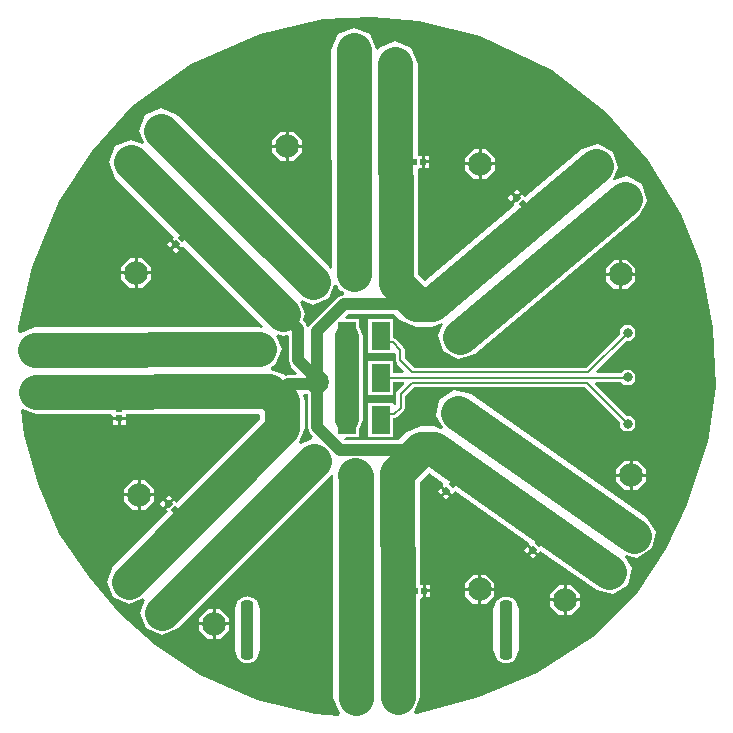
<source format=gtl>
G04*
G04 #@! TF.GenerationSoftware,Altium Limited,Altium Designer,23.1.1 (15)*
G04*
G04 Layer_Physical_Order=1*
G04 Layer_Color=255*
%FSLAX44Y44*%
%MOMM*%
G71*
G04*
G04 #@! TF.SameCoordinates,B2BF10F3-798A-46CE-9BF2-DF2D7B13E792*
G04*
G04*
G04 #@! TF.FilePolarity,Positive*
G04*
G01*
G75*
%ADD10C,1.0000*%
%ADD12C,0.2000*%
%ADD14P,0.7354X4X270.0*%
%ADD15R,0.5200X0.5200*%
%ADD16P,0.7354X4X360.0*%
%ADD17R,0.5200X0.5200*%
%ADD18R,1.6000X2.4000*%
%ADD20C,3.0000*%
%ADD22C,2.0000*%
%ADD23C,0.8000*%
%ADD24C,2.0000*%
G04:AMPARAMS|DCode=25|XSize=5mm|YSize=1mm|CornerRadius=0.25mm|HoleSize=0mm|Usage=FLASHONLY|Rotation=270.000|XOffset=0mm|YOffset=0mm|HoleType=Round|Shape=RoundedRectangle|*
%AMROUNDEDRECTD25*
21,1,5.0000,0.5000,0,0,270.0*
21,1,4.5000,1.0000,0,0,270.0*
1,1,0.5000,-0.2500,-2.2500*
1,1,0.5000,-0.2500,2.2500*
1,1,0.5000,0.2500,2.2500*
1,1,0.5000,0.2500,-2.2500*
%
%ADD25ROUNDEDRECTD25*%
G36*
X773388Y893385D02*
X777580Y891660D01*
X777582Y889496D01*
X772620Y887441D01*
X749557Y864378D01*
X748748Y862424D01*
X746583D01*
X745043Y866141D01*
X742981Y868203D01*
X745161Y873466D01*
X740990Y883536D01*
X742404Y884950D01*
X751576Y881151D01*
X765001Y886712D01*
X769488Y897544D01*
X771653Y897547D01*
X773388Y893385D01*
D02*
G37*
G36*
X841411Y1121392D02*
X893481Y1108692D01*
X954441Y1079482D01*
X1000161Y1043922D01*
X1035721Y1003282D01*
X1063661Y957562D01*
X1080171Y915652D01*
X1090331Y861042D01*
X1092871Y811512D01*
X1086521Y764522D01*
X1068741Y711182D01*
X1050961Y674352D01*
X1026831Y637522D01*
X988731Y599422D01*
X941741Y568942D01*
X892211Y548622D01*
X840141Y534652D01*
X838529Y534567D01*
X837383Y536510D01*
X842580Y549138D01*
X842433Y614690D01*
X842394Y632254D01*
X843806Y633670D01*
X844740D01*
Y638810D01*
Y643950D01*
X842368D01*
X842172Y731100D01*
X849913Y738841D01*
X861728Y730569D01*
X861892Y728012D01*
X861836Y727955D01*
X865470Y724321D01*
X869105Y720686D01*
X871879Y723460D01*
X934404Y679680D01*
X934486Y678741D01*
X938694Y674534D01*
X942328Y670899D01*
X944229Y672801D01*
X991857Y639451D01*
X1006043Y636306D01*
X1018298Y644114D01*
X1021443Y658300D01*
X1015586Y667492D01*
X1016734Y669131D01*
X1026426Y666982D01*
X1038680Y674789D01*
X1041826Y688975D01*
X1034018Y701230D01*
X885212Y805426D01*
X871026Y808571D01*
X858771Y800763D01*
X855626Y786577D01*
X861482Y777385D01*
X860335Y775747D01*
X859234Y775991D01*
X853939Y778184D01*
X843421D01*
X829997Y772623D01*
X823700Y766327D01*
X778902D01*
X778340Y767068D01*
X779334Y769068D01*
X791100D01*
Y776285D01*
X794133Y783608D01*
Y819110D01*
Y854613D01*
X791100Y861936D01*
Y869153D01*
X780028D01*
X779263Y871001D01*
X781771Y873509D01*
X820492D01*
X825755Y868246D01*
X839180Y862685D01*
X852150D01*
X858155Y865172D01*
X860890Y866035D01*
X862176Y864503D01*
X857592Y855697D01*
X861962Y841839D01*
X874850Y835129D01*
X888708Y839499D01*
X1027867Y956267D01*
X1034577Y969156D01*
X1030208Y983014D01*
X1017319Y989724D01*
X1006924Y986446D01*
X1005638Y987978D01*
X1010222Y996784D01*
X1005853Y1010642D01*
X992964Y1017351D01*
X979106Y1012982D01*
X930871Y972508D01*
X928804Y974575D01*
X925170Y970940D01*
X921535Y967306D01*
X921546Y967295D01*
X921514Y964656D01*
X846221Y901478D01*
X840657Y907042D01*
X840455Y995474D01*
X841867Y996890D01*
X843660D01*
Y1002030D01*
Y1007170D01*
X840428D01*
X840249Y1085245D01*
X834658Y1098656D01*
X821220Y1104186D01*
X807809Y1098595D01*
X807188Y1097088D01*
X805109Y1097291D01*
X799751Y1110146D01*
X786314Y1115676D01*
X772902Y1110086D01*
X767371Y1096649D01*
X767786Y911964D01*
X765825Y911571D01*
X765001Y913561D01*
X636548Y1042013D01*
X623124Y1047574D01*
X609699Y1042013D01*
X604138Y1028589D01*
X608309Y1018519D01*
X606895Y1017105D01*
X597724Y1020904D01*
X584299Y1015343D01*
X578739Y1001919D01*
X584299Y988494D01*
X634360Y938434D01*
X632679Y936753D01*
X636313Y933118D01*
X639948Y929484D01*
X641628Y931165D01*
X709591Y863202D01*
X708460Y861505D01*
X706342Y862377D01*
X706074Y862376D01*
X516491Y861951D01*
X504177Y856817D01*
X502210Y858106D01*
X502321Y862312D01*
X513751Y913112D01*
X536611Y968992D01*
X564551Y1010902D01*
X598841Y1049002D01*
X648371Y1084562D01*
X706791Y1109962D01*
X760131Y1122662D01*
X802062Y1124598D01*
X841411Y1121392D01*
D02*
G37*
G36*
X726176Y854481D02*
X729448Y855837D01*
X731112Y854725D01*
Y834380D01*
X733502Y828610D01*
X738397Y823715D01*
X737632Y821867D01*
X730375D01*
X728440Y821065D01*
X728252Y821252D01*
X728252Y821252D01*
X716078Y826263D01*
X716073Y828427D01*
X719840Y829998D01*
X725370Y843435D01*
X720727Y854574D01*
X722255Y856105D01*
X726176Y854481D01*
D02*
G37*
G36*
X747167Y777532D02*
X749557Y771761D01*
X751621Y769697D01*
X751151Y767338D01*
X741412Y763304D01*
X739882Y764835D01*
X744748Y776584D01*
X744748Y776584D01*
Y799490D01*
X742929Y803882D01*
X744041Y805544D01*
X747167D01*
Y777532D01*
D02*
G37*
G36*
X517206Y788369D02*
X581100Y788512D01*
X582771Y786516D01*
Y786129D01*
X593051D01*
Y788539D01*
X705362Y788791D01*
X706778Y787378D01*
Y784448D01*
X635994Y713665D01*
X634164Y715495D01*
X630530Y711861D01*
X626895Y708226D01*
X628725Y706395D01*
X582519Y660189D01*
X576959Y646765D01*
X582519Y633340D01*
X595944Y627780D01*
X608040Y632790D01*
X609571Y631259D01*
X605104Y620477D01*
X610665Y607052D01*
X624090Y601492D01*
X637514Y607052D01*
X765967Y735505D01*
X766728Y737343D01*
X768589Y736610D01*
X768998Y735622D01*
Y548466D01*
X774461Y535278D01*
X773660Y533327D01*
X753781Y534652D01*
X704251Y546082D01*
X655991Y567672D01*
X617891Y593072D01*
X587411Y619742D01*
X562011Y650222D01*
X536611Y687052D01*
X518831Y728962D01*
X507401Y770872D01*
X504325Y791790D01*
X505901Y793021D01*
X517206Y788369D01*
D02*
G37*
%LPC*%
G36*
X735184Y1027697D02*
X731259D01*
Y1016427D01*
X742530D01*
Y1020351D01*
X735184Y1027697D01*
D02*
G37*
G36*
X728719D02*
X724795D01*
X717449Y1020351D01*
Y1016427D01*
X728719D01*
Y1027697D01*
D02*
G37*
G36*
X850070Y1007170D02*
X846200D01*
Y1003300D01*
X850070D01*
Y1007170D01*
D02*
G37*
G36*
X742530Y1013887D02*
X731259D01*
Y1002617D01*
X735184D01*
X742530Y1009963D01*
Y1013887D01*
D02*
G37*
G36*
X728719D02*
X717449D01*
Y1009963D01*
X724795Y1002617D01*
X728719D01*
Y1013887D01*
D02*
G37*
G36*
X898342Y1012865D02*
X894417D01*
Y1001595D01*
X905687D01*
Y1005519D01*
X898342Y1012865D01*
D02*
G37*
G36*
X891877D02*
X887953D01*
X880607Y1005519D01*
Y1001595D01*
X891877D01*
Y1012865D01*
D02*
G37*
G36*
X850070Y1000760D02*
X846200D01*
Y996890D01*
X850070D01*
Y1000760D01*
D02*
G37*
G36*
X905687Y999055D02*
X894417D01*
Y987785D01*
X898342D01*
X905687Y995130D01*
Y999055D01*
D02*
G37*
G36*
X891877D02*
X880607D01*
Y995130D01*
X887953Y987785D01*
X891877D01*
Y999055D01*
D02*
G37*
G36*
X924272Y979108D02*
X921535Y976371D01*
X924272Y973634D01*
X927008Y976371D01*
X924272Y979108D01*
D02*
G37*
G36*
X919739Y974575D02*
X917002Y971838D01*
X919739Y969102D01*
X922476Y971838D01*
X919739Y974575D01*
D02*
G37*
G36*
X630882Y934957D02*
X628146Y932220D01*
X630882Y929484D01*
X633619Y932220D01*
X630882Y934957D01*
D02*
G37*
G36*
X635415Y930424D02*
X632678Y927688D01*
X635415Y924951D01*
X638152Y927688D01*
X635415Y930424D01*
D02*
G37*
G36*
X607174Y920590D02*
X603250D01*
Y909320D01*
X614520D01*
Y913244D01*
X607174Y920590D01*
D02*
G37*
G36*
X600710D02*
X596786D01*
X589440Y913244D01*
Y909320D01*
X600710D01*
Y920590D01*
D02*
G37*
G36*
X1017384Y919320D02*
X1013460D01*
Y908050D01*
X1024730D01*
Y911974D01*
X1017384Y919320D01*
D02*
G37*
G36*
X1010920D02*
X1006996D01*
X999650Y911974D01*
Y908050D01*
X1010920D01*
Y919320D01*
D02*
G37*
G36*
X614520Y906780D02*
X603250D01*
Y895510D01*
X607174D01*
X614520Y902856D01*
Y906780D01*
D02*
G37*
G36*
X600710D02*
X589440D01*
Y902856D01*
X596786Y895510D01*
X600710D01*
Y906780D01*
D02*
G37*
G36*
X1024730Y905510D02*
X1013460D01*
Y894240D01*
X1017384D01*
X1024730Y901586D01*
Y905510D01*
D02*
G37*
G36*
X1010920D02*
X999650D01*
Y901586D01*
X1006996Y894240D01*
X1010920D01*
Y905510D01*
D02*
G37*
G36*
X819600Y869153D02*
X798520D01*
Y840073D01*
X819600D01*
Y840073D01*
X821508Y839850D01*
X821792Y839660D01*
Y834034D01*
X822915Y831325D01*
X829092Y825148D01*
X828326Y823300D01*
X819600D01*
Y833650D01*
X798520D01*
Y804570D01*
X819600D01*
Y815637D01*
X828405D01*
X829170Y813789D01*
X823285Y807904D01*
X822163Y805194D01*
Y796842D01*
X821600Y796436D01*
X819600Y797461D01*
Y798148D01*
X798520D01*
Y769068D01*
X819600D01*
Y784819D01*
X820544D01*
X823253Y785941D01*
X828704Y791392D01*
X829826Y794101D01*
Y803607D01*
X837371Y811152D01*
X981982D01*
X1011510Y781625D01*
Y777794D01*
X1015341Y773963D01*
X1020759D01*
X1024590Y777794D01*
Y783212D01*
X1020759Y787043D01*
X1016928D01*
X990183Y813789D01*
X990948Y815637D01*
X1012706D01*
X1015341Y813002D01*
X1020759D01*
X1024590Y816833D01*
Y822251D01*
X1020759Y826082D01*
X1015341D01*
X1012559Y823300D01*
X992172D01*
X991407Y825148D01*
X1016928Y850669D01*
X1020759D01*
X1024590Y854500D01*
Y859918D01*
X1020759Y863749D01*
X1015341D01*
X1011510Y859918D01*
Y856088D01*
X983128Y827706D01*
X837371D01*
X829456Y835621D01*
Y842924D01*
X828333Y845633D01*
X821932Y852035D01*
X819600Y853001D01*
Y869153D01*
D02*
G37*
G36*
X1026274Y749140D02*
X1022350D01*
Y737870D01*
X1033620D01*
Y741794D01*
X1026274Y749140D01*
D02*
G37*
G36*
X1019810D02*
X1015886D01*
X1008540Y741794D01*
Y737870D01*
X1019810D01*
Y749140D01*
D02*
G37*
G36*
X1033620Y735330D02*
X1022350D01*
Y724060D01*
X1026274D01*
X1033620Y731406D01*
Y735330D01*
D02*
G37*
G36*
X1019810D02*
X1008540D01*
Y731406D01*
X1015886Y724060D01*
X1019810D01*
Y735330D01*
D02*
G37*
G36*
X860040Y726159D02*
X857303Y723422D01*
X860040Y720686D01*
X862776Y723422D01*
X860040Y726159D01*
D02*
G37*
G36*
X864572Y721626D02*
X861836Y718890D01*
X864572Y716153D01*
X867309Y718890D01*
X864572Y721626D01*
D02*
G37*
G36*
X933263Y676372D02*
X930527Y673636D01*
X933263Y670899D01*
X936000Y673636D01*
X933263Y676372D01*
D02*
G37*
G36*
X937795Y671840D02*
X935059Y669103D01*
X937795Y666367D01*
X940532Y669103D01*
X937795Y671840D01*
D02*
G37*
G36*
X898004Y652620D02*
X894080D01*
Y641350D01*
X905350D01*
Y645274D01*
X898004Y652620D01*
D02*
G37*
G36*
X891540D02*
X887616D01*
X880270Y645274D01*
Y641350D01*
X891540D01*
Y652620D01*
D02*
G37*
G36*
X851150Y643950D02*
X847280D01*
Y640080D01*
X851150D01*
Y643950D01*
D02*
G37*
G36*
Y637540D02*
X847280D01*
Y633670D01*
X851150D01*
Y637540D01*
D02*
G37*
G36*
X970394Y643730D02*
X966470D01*
Y632460D01*
X977740D01*
Y636384D01*
X970394Y643730D01*
D02*
G37*
G36*
X963930D02*
X960006D01*
X952660Y636384D01*
Y632460D01*
X963930D01*
Y643730D01*
D02*
G37*
G36*
X905350Y638810D02*
X894080D01*
Y627540D01*
X898004D01*
X905350Y634886D01*
Y638810D01*
D02*
G37*
G36*
X891540D02*
X880270D01*
Y634886D01*
X887616Y627540D01*
X891540D01*
Y638810D01*
D02*
G37*
G36*
X977740Y629920D02*
X966470D01*
Y618650D01*
X970394D01*
X977740Y625996D01*
Y629920D01*
D02*
G37*
G36*
X963930D02*
X952660D01*
Y625996D01*
X960006Y618650D01*
X963930D01*
Y629920D01*
D02*
G37*
G36*
X915250Y634321D02*
X914256Y633909D01*
X912750D01*
X908893Y632311D01*
X908581Y631558D01*
X907566Y631138D01*
X904383Y623453D01*
Y588453D01*
X907566Y580769D01*
X908581Y580349D01*
X908893Y579596D01*
X912750Y577998D01*
X914256D01*
X915250Y577586D01*
X916245Y577998D01*
X917750D01*
X921608Y579596D01*
X921920Y580349D01*
X922935Y580769D01*
X926118Y588453D01*
Y623453D01*
X922935Y631138D01*
X921920Y631558D01*
X921608Y632311D01*
X917750Y633909D01*
X916245D01*
X915250Y634321D01*
D02*
G37*
G36*
X593051Y783589D02*
X589181D01*
Y779719D01*
X593051D01*
Y783589D01*
D02*
G37*
G36*
X586641D02*
X582771D01*
Y779719D01*
X586641D01*
Y783589D01*
D02*
G37*
G36*
X609714Y732630D02*
X605790D01*
Y721360D01*
X617060D01*
Y725284D01*
X609714Y732630D01*
D02*
G37*
G36*
X603250D02*
X599326D01*
X591980Y725284D01*
Y721360D01*
X603250D01*
Y732630D01*
D02*
G37*
G36*
X629632Y720027D02*
X626895Y717291D01*
X629632Y714555D01*
X632368Y717291D01*
X629632Y720027D01*
D02*
G37*
G36*
X625099Y715495D02*
X622363Y712758D01*
X625099Y710022D01*
X627836Y712758D01*
X625099Y715495D01*
D02*
G37*
G36*
X617060Y718820D02*
X605790D01*
Y707550D01*
X609714D01*
X617060Y714896D01*
Y718820D01*
D02*
G37*
G36*
X603250D02*
X591980D01*
Y714896D01*
X599326Y707550D01*
X603250D01*
Y718820D01*
D02*
G37*
G36*
X673214Y623410D02*
X669290D01*
Y612140D01*
X680560D01*
Y616064D01*
X673214Y623410D01*
D02*
G37*
G36*
X666750D02*
X662826D01*
X655480Y616064D01*
Y612140D01*
X666750D01*
Y623410D01*
D02*
G37*
G36*
X680560Y609600D02*
X669290D01*
Y598330D01*
X673214D01*
X680560Y605676D01*
Y609600D01*
D02*
G37*
G36*
X666750D02*
X655480D01*
Y605676D01*
X662826Y598330D01*
X666750D01*
Y609600D01*
D02*
G37*
G36*
X696250Y634321D02*
X695255Y633909D01*
X693750D01*
X689892Y632311D01*
X689580Y631558D01*
X688565Y631138D01*
X685382Y623453D01*
Y588453D01*
X688565Y580769D01*
X689580Y580349D01*
X689892Y579596D01*
X693750Y577998D01*
X695255D01*
X696250Y577586D01*
X697244Y577998D01*
X698750D01*
X702607Y579596D01*
X702919Y580349D01*
X703934Y580769D01*
X707117Y588453D01*
Y623453D01*
X703934Y631138D01*
X702919Y631558D01*
X702607Y632311D01*
X698750Y633909D01*
X697244D01*
X696250Y634321D01*
D02*
G37*
%LPD*%
D10*
X755328Y777532D02*
X774694Y758166D01*
X842388D01*
X755328Y777532D02*
Y815619D01*
Y818325D02*
Y858607D01*
X778391Y881670D02*
X839180D01*
X755328Y858607D02*
X778391Y881670D01*
X739273Y834380D02*
X755328Y818325D01*
X739273Y834380D02*
Y860370D01*
X726176Y873466D02*
X739273Y860370D01*
X755328Y815619D02*
Y818325D01*
X730375Y813706D02*
X753415D01*
X755328Y815619D01*
X719673Y803004D02*
X730375Y813706D01*
D12*
X820544Y788651D02*
X825994Y794101D01*
Y805194D02*
X835784Y814984D01*
X825994Y794101D02*
Y805194D01*
X814103Y788651D02*
X820544D01*
X809060Y783608D02*
X814103Y788651D01*
X808351Y819110D02*
X808709Y819468D01*
X815693Y849326D02*
X819222D01*
X825624Y834034D02*
Y842924D01*
X809394Y855624D02*
X815693Y849326D01*
X819222D02*
X825624Y842924D01*
Y834034D02*
X835784Y823874D01*
X808709Y819468D02*
X1017976D01*
X835784Y823874D02*
X984715D01*
X835784Y814984D02*
X983569D01*
X984715Y823874D02*
X1018050Y857209D01*
X983569Y814984D02*
X1018050Y780503D01*
X1017976Y819468D02*
X1018050Y819542D01*
D14*
X864572Y723422D02*
D03*
X870229Y729079D02*
D03*
X641072Y937877D02*
D03*
X635415Y932220D02*
D03*
X937795Y673636D02*
D03*
X943452Y679293D02*
D03*
D15*
X844930Y1002030D02*
D03*
X836930D02*
D03*
X838010Y638810D02*
D03*
X846010D02*
D03*
D16*
X929928Y966182D02*
D03*
X924272Y971838D02*
D03*
X629632Y712758D02*
D03*
X635288Y707102D02*
D03*
D17*
X587911Y784859D02*
D03*
Y792859D02*
D03*
D18*
X809060Y819110D02*
D03*
X780560D02*
D03*
X809060Y854613D02*
D03*
X780560D02*
D03*
X809060Y783608D02*
D03*
X780560D02*
D03*
D20*
X823448Y614647D02*
X823595Y549095D01*
X787983Y548466D02*
Y736219D01*
X787561Y736642D02*
X787983Y736219D01*
X516534Y842965D02*
X706117Y843391D01*
X706385Y843392D01*
X821690Y899160D02*
X839180Y881670D01*
X852150D02*
X991309Y998438D01*
X821264Y1085201D02*
X821690Y899160D01*
X839180Y881670D02*
X852150D01*
X843421Y759199D02*
X853939D01*
X823169Y738947D02*
X843421Y759199D01*
X714858Y807797D02*
X719673Y803004D01*
X725763Y776584D02*
Y799490D01*
X595944Y646765D02*
X725763Y776584D01*
X517163Y807354D02*
X714858Y807797D01*
X623124Y1028589D02*
X751576Y900136D01*
X786356Y1096691D02*
X786783Y906840D01*
X597724Y1001919D02*
X726176Y873466D01*
X876505Y854042D02*
X1015664Y970811D01*
X823169Y738947D02*
X823448Y614647D01*
X874322Y789874D02*
X1023129Y685679D01*
X853939Y759199D02*
X1002746Y655003D01*
X624090Y620477D02*
X752542Y748929D01*
D22*
X965200Y631190D02*
D03*
X1021080Y736600D02*
D03*
X1012190Y906780D02*
D03*
X893147Y1000325D02*
D03*
X729989Y1015157D02*
D03*
X601980Y908050D02*
D03*
X604520Y720090D02*
D03*
X668020Y610870D02*
D03*
X892810Y640080D02*
D03*
X755328Y815619D02*
D03*
D23*
X779780Y806450D02*
D03*
Y795020D02*
D03*
X787561Y736642D02*
D03*
X706120Y842010D02*
D03*
X753110Y749300D02*
D03*
X751840Y900430D02*
D03*
X787400Y906780D02*
D03*
X873760Y791210D02*
D03*
X875030Y850900D02*
D03*
X1018050Y780503D02*
D03*
Y857209D02*
D03*
Y819542D02*
D03*
D24*
X780560Y783608D02*
Y819110D01*
Y854613D01*
D25*
X915250Y605953D02*
D03*
X696250D02*
D03*
M02*

</source>
